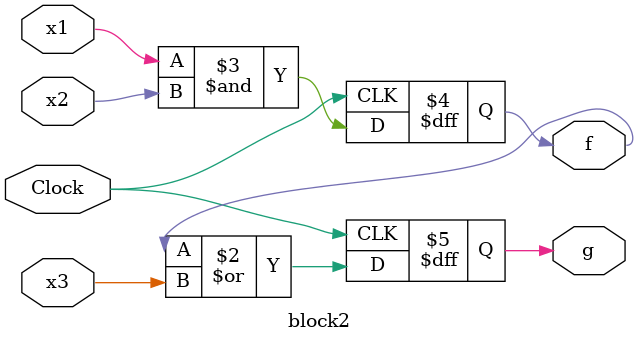
<source format=v>
module block2 (x1, x2, x3, Clock, f, g);
    
    input x1, x2, x3, Clock;
    output f, g;
    reg f, g;
    
    always @(posedge Clock)
	begin
	  g = f | x3;
      f = x1 & x2; 
    end  
endmodule
</source>
